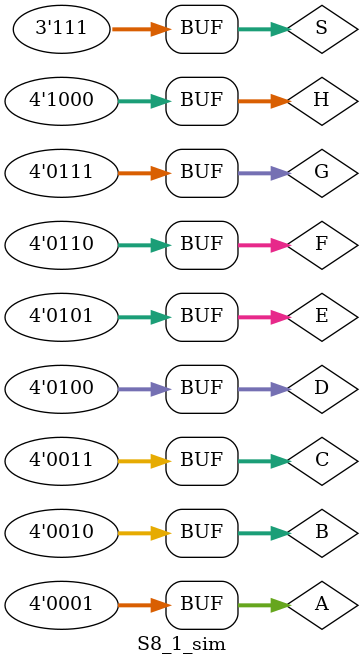
<source format=v>
`timescale 1ns / 1ps

module S8_1_sim();
wire  [3:0]Y;
reg [3:0]A,B,C,D,E,F,G,H;
reg [2:0]S;
S8_1 Test(A,B,C,D,E,F,G,H,S,Y);
initial
begin 
    A=4'b0001;B=4'b0010;C=4'b0011;D=4'b0100;E=4'b0101;F=4'b0110;G=4'b0111;H=4'b1000;
    S=3'b000; #100;
    S=3'b001; #100;
    S=3'b010; #100;
    S=3'b011; #100;
    
    S=3'b100; #100;
    S=3'b101; #100;
    S=3'b110; #100;
    S=3'b111; #100;
end
endmodule

</source>
